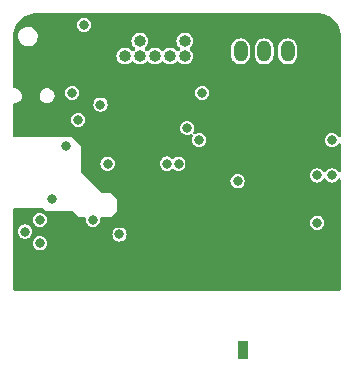
<source format=gbr>
%TF.GenerationSoftware,KiCad,Pcbnew,7.0.5*%
%TF.CreationDate,2023-08-24T03:33:07+02:00*%
%TF.ProjectId,Reader_Module,52656164-6572-45f4-9d6f-64756c652e6b,rev?*%
%TF.SameCoordinates,Original*%
%TF.FileFunction,Copper,L3,Inr*%
%TF.FilePolarity,Positive*%
%FSLAX46Y46*%
G04 Gerber Fmt 4.6, Leading zero omitted, Abs format (unit mm)*
G04 Created by KiCad (PCBNEW 7.0.5) date 2023-08-24 03:33:07*
%MOMM*%
%LPD*%
G01*
G04 APERTURE LIST*
G04 Aperture macros list*
%AMRoundRect*
0 Rectangle with rounded corners*
0 $1 Rounding radius*
0 $2 $3 $4 $5 $6 $7 $8 $9 X,Y pos of 4 corners*
0 Add a 4 corners polygon primitive as box body*
4,1,4,$2,$3,$4,$5,$6,$7,$8,$9,$2,$3,0*
0 Add four circle primitives for the rounded corners*
1,1,$1+$1,$2,$3*
1,1,$1+$1,$4,$5*
1,1,$1+$1,$6,$7*
1,1,$1+$1,$8,$9*
0 Add four rect primitives between the rounded corners*
20,1,$1+$1,$2,$3,$4,$5,0*
20,1,$1+$1,$4,$5,$6,$7,0*
20,1,$1+$1,$6,$7,$8,$9,0*
20,1,$1+$1,$8,$9,$2,$3,0*%
%AMFreePoly0*
4,1,5,0.400000,-0.750000,-0.400000,-0.750000,-0.400000,0.750000,0.400000,0.750000,0.400000,-0.750000,0.400000,-0.750000,$1*%
G04 Aperture macros list end*
%TA.AperFunction,ComponentPad*%
%ADD10RoundRect,0.250000X0.350000X0.650000X-0.350000X0.650000X-0.350000X-0.650000X0.350000X-0.650000X0*%
%TD*%
%TA.AperFunction,ComponentPad*%
%ADD11O,1.200000X1.800000*%
%TD*%
%TA.AperFunction,ComponentPad*%
%ADD12FreePoly0,0.000000*%
%TD*%
%TA.AperFunction,ComponentPad*%
%ADD13R,1.000000X1.000000*%
%TD*%
%TA.AperFunction,ComponentPad*%
%ADD14O,1.000000X1.000000*%
%TD*%
%TA.AperFunction,ViaPad*%
%ADD15C,0.800000*%
%TD*%
G04 APERTURE END LIST*
D10*
%TO.N,GND*%
%TO.C,J2*%
X133250000Y-65000000D03*
D11*
%TO.N,/CAN/CAN_CON-*%
X131250000Y-65000000D03*
%TO.N,/CAN/CAN_CON+*%
X129250000Y-65000000D03*
%TO.N,/CAN/CONN_5V*%
X127250000Y-65000000D03*
%TD*%
D12*
%TO.N,GND*%
%TO.C,AE1*%
X127500000Y-90312500D03*
%TD*%
D13*
%TO.N,GND*%
%TO.C,J1*%
X117450000Y-64125000D03*
D14*
%TO.N,/MCU/NRST*%
X117450000Y-65395000D03*
%TO.N,unconnected-(J1-Pin_3-Pad3)*%
X118720000Y-64125000D03*
%TO.N,unconnected-(J1-Pin_4-Pad4)*%
X118720000Y-65395000D03*
%TO.N,GND*%
X119990000Y-64125000D03*
%TO.N,/MCU/SWO*%
X119990000Y-65395000D03*
%TO.N,GND*%
X121260000Y-64125000D03*
%TO.N,/MCU/SWCLK*%
X121260000Y-65395000D03*
%TO.N,+3V3*%
X122530000Y-64125000D03*
%TO.N,/MCU/SWDIO*%
X122530000Y-65395000D03*
%TD*%
D15*
%TO.N,GND*%
X127000000Y-77000000D03*
X123750000Y-71500000D03*
X123012299Y-74512299D03*
X117500000Y-78000000D03*
X109250000Y-68750000D03*
X113750000Y-83500000D03*
X127500000Y-84500000D03*
X111500002Y-67000000D03*
X111250000Y-77500000D03*
X115000000Y-83500000D03*
X111500000Y-71750000D03*
X123250000Y-84500000D03*
X112500000Y-73000052D03*
X118500000Y-78000000D03*
X118000000Y-70500000D03*
X117500000Y-77000000D03*
X120000000Y-71500000D03*
X111250024Y-79250000D03*
X112500000Y-83500000D03*
X130000016Y-82500000D03*
X127500000Y-83500000D03*
X119000000Y-70500000D03*
X117500000Y-83500000D03*
X129615009Y-77135009D03*
X118000000Y-71500000D03*
X124500000Y-76750000D03*
X124000000Y-65500000D03*
X116250000Y-83500000D03*
X119700700Y-80500000D03*
X126250026Y-83500000D03*
X133500000Y-70000000D03*
X113500000Y-71800003D03*
X123750000Y-73500000D03*
X133762653Y-78487347D03*
X117500000Y-76000000D03*
X131250000Y-82500000D03*
X119500000Y-77000000D03*
X113000000Y-67500000D03*
X132500000Y-82500000D03*
X115250000Y-62750000D03*
X119000000Y-71500000D03*
X124250000Y-79000000D03*
X120000000Y-70500000D03*
X118500000Y-76000000D03*
X135000000Y-78500000D03*
X129250000Y-70750000D03*
X119500000Y-76000000D03*
X133750000Y-72520000D03*
X113000000Y-66250000D03*
X131250000Y-70750000D03*
X127000000Y-70000000D03*
X125750000Y-68500000D03*
X118500000Y-77000000D03*
X123250000Y-81500000D03*
X119500000Y-78000000D03*
X111250000Y-83500000D03*
%TO.N,+3V3*%
X109000000Y-80250000D03*
X110250000Y-81250000D03*
X114000000Y-62750000D03*
X113500000Y-70800000D03*
X123750000Y-72500000D03*
X133750000Y-75500000D03*
X135000000Y-72520000D03*
X113000000Y-68500000D03*
X135000000Y-75500000D03*
X110250000Y-79249998D03*
%TO.N,+5V*%
X116000000Y-74500000D03*
X117000000Y-80500000D03*
X124000000Y-68500000D03*
%TO.N,Net-(U2-R)*%
X133750000Y-79500000D03*
X127000000Y-76000000D03*
%TO.N,/TRF/VDD_X*%
X114750000Y-79250000D03*
X121000000Y-74500000D03*
%TO.N,/MCU/TRF_IRQ*%
X122750000Y-71500000D03*
X122000000Y-74500000D03*
%TO.N,/MCU/Strapping/DBG_LED*%
X115394298Y-69500000D03*
%TD*%
%TA.AperFunction,Conductor*%
%TO.N,GND*%
G36*
X133752018Y-61750633D02*
G01*
X133935281Y-61762644D01*
X134006937Y-61767340D01*
X134014970Y-61768398D01*
X134249158Y-61814980D01*
X134263517Y-61817837D01*
X134271358Y-61819938D01*
X134340361Y-61843361D01*
X134511337Y-61901399D01*
X134518811Y-61904495D01*
X134746107Y-62016585D01*
X134753132Y-62020642D01*
X134963840Y-62161433D01*
X134970268Y-62166365D01*
X135147415Y-62321718D01*
X135160801Y-62333457D01*
X135166540Y-62339196D01*
X135333632Y-62529729D01*
X135338570Y-62536164D01*
X135479357Y-62746867D01*
X135483416Y-62753897D01*
X135586113Y-62962146D01*
X135595498Y-62981175D01*
X135598602Y-62988670D01*
X135615222Y-63037629D01*
X135680061Y-63228641D01*
X135682162Y-63236482D01*
X135731599Y-63485016D01*
X135732659Y-63493065D01*
X135749367Y-63747980D01*
X135749500Y-63752036D01*
X135749500Y-72145045D01*
X135729815Y-72212084D01*
X135677011Y-72257839D01*
X135607853Y-72267783D01*
X135544297Y-72238758D01*
X135527124Y-72220532D01*
X135509190Y-72197160D01*
X135428282Y-72091718D01*
X135302841Y-71995464D01*
X135257736Y-71976781D01*
X135156762Y-71934956D01*
X135156760Y-71934955D01*
X135000001Y-71914318D01*
X134999999Y-71914318D01*
X134843239Y-71934955D01*
X134843237Y-71934956D01*
X134697160Y-71995463D01*
X134571718Y-72091718D01*
X134475463Y-72217160D01*
X134414956Y-72363237D01*
X134414955Y-72363239D01*
X134394318Y-72519998D01*
X134394318Y-72520001D01*
X134414955Y-72676760D01*
X134414956Y-72676762D01*
X134475464Y-72822841D01*
X134571718Y-72948282D01*
X134697159Y-73044536D01*
X134843238Y-73105044D01*
X134921619Y-73115363D01*
X134999999Y-73125682D01*
X135000000Y-73125682D01*
X135000001Y-73125682D01*
X135052253Y-73118802D01*
X135156762Y-73105044D01*
X135302841Y-73044536D01*
X135428282Y-72948282D01*
X135524536Y-72822841D01*
X135524537Y-72822839D01*
X135527124Y-72819468D01*
X135583552Y-72778265D01*
X135653298Y-72774110D01*
X135714218Y-72808322D01*
X135746971Y-72870040D01*
X135749500Y-72894954D01*
X135749500Y-75125045D01*
X135729815Y-75192084D01*
X135677011Y-75237839D01*
X135607853Y-75247783D01*
X135544297Y-75218758D01*
X135527124Y-75200532D01*
X135520642Y-75192084D01*
X135428282Y-75071718D01*
X135302841Y-74975464D01*
X135156762Y-74914956D01*
X135156760Y-74914955D01*
X135000001Y-74894318D01*
X134999999Y-74894318D01*
X134843239Y-74914955D01*
X134843237Y-74914956D01*
X134697160Y-74975463D01*
X134571718Y-75071718D01*
X134473376Y-75199880D01*
X134416947Y-75241082D01*
X134347201Y-75245237D01*
X134286281Y-75211024D01*
X134276624Y-75199880D01*
X134204343Y-75105682D01*
X134178282Y-75071718D01*
X134052841Y-74975464D01*
X133906762Y-74914956D01*
X133906760Y-74914955D01*
X133750001Y-74894318D01*
X133749999Y-74894318D01*
X133593239Y-74914955D01*
X133593237Y-74914956D01*
X133447160Y-74975463D01*
X133321718Y-75071718D01*
X133225463Y-75197160D01*
X133164956Y-75343237D01*
X133164955Y-75343239D01*
X133144318Y-75499998D01*
X133144318Y-75500001D01*
X133164955Y-75656760D01*
X133164956Y-75656762D01*
X133225464Y-75802841D01*
X133321718Y-75928282D01*
X133447159Y-76024536D01*
X133593238Y-76085044D01*
X133671619Y-76095363D01*
X133749999Y-76105682D01*
X133750000Y-76105682D01*
X133750001Y-76105682D01*
X133802254Y-76098802D01*
X133906762Y-76085044D01*
X134052841Y-76024536D01*
X134178282Y-75928282D01*
X134274536Y-75802841D01*
X134274535Y-75802841D01*
X134276624Y-75800120D01*
X134333052Y-75758917D01*
X134402798Y-75754762D01*
X134463718Y-75788974D01*
X134473376Y-75800120D01*
X134506461Y-75843238D01*
X134571718Y-75928282D01*
X134697159Y-76024536D01*
X134843238Y-76085044D01*
X134921619Y-76095363D01*
X134999999Y-76105682D01*
X135000000Y-76105682D01*
X135000001Y-76105682D01*
X135052254Y-76098802D01*
X135156762Y-76085044D01*
X135302841Y-76024536D01*
X135428282Y-75928282D01*
X135524536Y-75802841D01*
X135524537Y-75802839D01*
X135527124Y-75799468D01*
X135583552Y-75758265D01*
X135653298Y-75754110D01*
X135714218Y-75788322D01*
X135746971Y-75850040D01*
X135749500Y-75874954D01*
X135749500Y-85126000D01*
X135729815Y-85193039D01*
X135677011Y-85238794D01*
X135625500Y-85250000D01*
X108124500Y-85250000D01*
X108057461Y-85230315D01*
X108011706Y-85177511D01*
X108000500Y-85126000D01*
X108000500Y-81250001D01*
X109644318Y-81250001D01*
X109664955Y-81406760D01*
X109664956Y-81406762D01*
X109725464Y-81552841D01*
X109821718Y-81678282D01*
X109947159Y-81774536D01*
X110093238Y-81835044D01*
X110171618Y-81845363D01*
X110249999Y-81855682D01*
X110250000Y-81855682D01*
X110250001Y-81855682D01*
X110302254Y-81848802D01*
X110406762Y-81835044D01*
X110552841Y-81774536D01*
X110678282Y-81678282D01*
X110774536Y-81552841D01*
X110835044Y-81406762D01*
X110855682Y-81250000D01*
X110835044Y-81093238D01*
X110774536Y-80947159D01*
X110678282Y-80821718D01*
X110552841Y-80725464D01*
X110406762Y-80664956D01*
X110406760Y-80664955D01*
X110250001Y-80644318D01*
X110249999Y-80644318D01*
X110093239Y-80664955D01*
X110093237Y-80664956D01*
X109947160Y-80725463D01*
X109821718Y-80821718D01*
X109725463Y-80947160D01*
X109664956Y-81093237D01*
X109664955Y-81093239D01*
X109644318Y-81249998D01*
X109644318Y-81250001D01*
X108000500Y-81250001D01*
X108000500Y-80250001D01*
X108394318Y-80250001D01*
X108414955Y-80406760D01*
X108414956Y-80406762D01*
X108453576Y-80500000D01*
X108475464Y-80552841D01*
X108571718Y-80678282D01*
X108697159Y-80774536D01*
X108843238Y-80835044D01*
X108921619Y-80845363D01*
X108999999Y-80855682D01*
X109000000Y-80855682D01*
X109000001Y-80855682D01*
X109052253Y-80848802D01*
X109156762Y-80835044D01*
X109302841Y-80774536D01*
X109428282Y-80678282D01*
X109524536Y-80552841D01*
X109546423Y-80500001D01*
X116394318Y-80500001D01*
X116414955Y-80656760D01*
X116414956Y-80656762D01*
X116475464Y-80802841D01*
X116571718Y-80928282D01*
X116697159Y-81024536D01*
X116843238Y-81085044D01*
X116905478Y-81093238D01*
X116999999Y-81105682D01*
X117000000Y-81105682D01*
X117000001Y-81105682D01*
X117094514Y-81093239D01*
X117156762Y-81085044D01*
X117302841Y-81024536D01*
X117428282Y-80928282D01*
X117524536Y-80802841D01*
X117585044Y-80656762D01*
X117605682Y-80500000D01*
X117585044Y-80343238D01*
X117524536Y-80197159D01*
X117428282Y-80071718D01*
X117302841Y-79975464D01*
X117156762Y-79914956D01*
X117156760Y-79914955D01*
X117000001Y-79894318D01*
X116999999Y-79894318D01*
X116843239Y-79914955D01*
X116843237Y-79914956D01*
X116697160Y-79975463D01*
X116571718Y-80071718D01*
X116475463Y-80197160D01*
X116414956Y-80343237D01*
X116414955Y-80343239D01*
X116394318Y-80499998D01*
X116394318Y-80500001D01*
X109546423Y-80500001D01*
X109585044Y-80406762D01*
X109605682Y-80250000D01*
X109598725Y-80197159D01*
X109585044Y-80093239D01*
X109585044Y-80093238D01*
X109524536Y-79947159D01*
X109428282Y-79821718D01*
X109302841Y-79725464D01*
X109156762Y-79664956D01*
X109156760Y-79664955D01*
X109000001Y-79644318D01*
X108999999Y-79644318D01*
X108843239Y-79664955D01*
X108843237Y-79664956D01*
X108697160Y-79725463D01*
X108571718Y-79821718D01*
X108475463Y-79947160D01*
X108414956Y-80093237D01*
X108414955Y-80093239D01*
X108394318Y-80249998D01*
X108394318Y-80250001D01*
X108000500Y-80250001D01*
X108000500Y-79249999D01*
X109644318Y-79249999D01*
X109664955Y-79406758D01*
X109664956Y-79406760D01*
X109703576Y-79499998D01*
X109725464Y-79552839D01*
X109821718Y-79678280D01*
X109947159Y-79774534D01*
X110093238Y-79835042D01*
X110171618Y-79845361D01*
X110249999Y-79855680D01*
X110250000Y-79855680D01*
X110250001Y-79855680D01*
X110302254Y-79848800D01*
X110406762Y-79835042D01*
X110552841Y-79774534D01*
X110678282Y-79678280D01*
X110774536Y-79552839D01*
X110835044Y-79406760D01*
X110855682Y-79249998D01*
X110835044Y-79093236D01*
X110774536Y-78947157D01*
X110678282Y-78821716D01*
X110552841Y-78725462D01*
X110406762Y-78664954D01*
X110406760Y-78664953D01*
X110250001Y-78644316D01*
X110249999Y-78644316D01*
X110093239Y-78664953D01*
X110093237Y-78664954D01*
X109947160Y-78725461D01*
X109821718Y-78821716D01*
X109725463Y-78947158D01*
X109664956Y-79093235D01*
X109664955Y-79093237D01*
X109644318Y-79249996D01*
X109644318Y-79249999D01*
X108000500Y-79249999D01*
X108000500Y-78374000D01*
X108020185Y-78306961D01*
X108072989Y-78261206D01*
X108124500Y-78250000D01*
X110448638Y-78250000D01*
X110515677Y-78269685D01*
X110536319Y-78286319D01*
X110750000Y-78500000D01*
X112948638Y-78500000D01*
X113015677Y-78519685D01*
X113036319Y-78536319D01*
X113500000Y-79000000D01*
X114035836Y-79000000D01*
X114102875Y-79019685D01*
X114148630Y-79072489D01*
X114158775Y-79140185D01*
X114144318Y-79249998D01*
X114144318Y-79250001D01*
X114164955Y-79406760D01*
X114164956Y-79406762D01*
X114203576Y-79500000D01*
X114225464Y-79552841D01*
X114321718Y-79678282D01*
X114447159Y-79774536D01*
X114593238Y-79835044D01*
X114671619Y-79845363D01*
X114749999Y-79855682D01*
X114750000Y-79855682D01*
X114750001Y-79855682D01*
X114802253Y-79848802D01*
X114906762Y-79835044D01*
X115052841Y-79774536D01*
X115178282Y-79678282D01*
X115274536Y-79552841D01*
X115296423Y-79500001D01*
X133144318Y-79500001D01*
X133164955Y-79656760D01*
X133164956Y-79656762D01*
X133225464Y-79802841D01*
X133321718Y-79928282D01*
X133447159Y-80024536D01*
X133593238Y-80085044D01*
X133655478Y-80093238D01*
X133749999Y-80105682D01*
X133750000Y-80105682D01*
X133750001Y-80105682D01*
X133844514Y-80093239D01*
X133906762Y-80085044D01*
X134052841Y-80024536D01*
X134178282Y-79928282D01*
X134274536Y-79802841D01*
X134335044Y-79656762D01*
X134355682Y-79500000D01*
X134335044Y-79343238D01*
X134274536Y-79197159D01*
X134178282Y-79071718D01*
X134052841Y-78975464D01*
X133984504Y-78947158D01*
X133906762Y-78914956D01*
X133906760Y-78914955D01*
X133750001Y-78894318D01*
X133749999Y-78894318D01*
X133593239Y-78914955D01*
X133593237Y-78914956D01*
X133447160Y-78975463D01*
X133321718Y-79071718D01*
X133225463Y-79197160D01*
X133164956Y-79343237D01*
X133164955Y-79343239D01*
X133144318Y-79499998D01*
X133144318Y-79500001D01*
X115296423Y-79500001D01*
X115335044Y-79406762D01*
X115355682Y-79250000D01*
X115355682Y-79249998D01*
X115341225Y-79140185D01*
X115351991Y-79071150D01*
X115398371Y-79018894D01*
X115464164Y-79000000D01*
X116250000Y-79000000D01*
X116750000Y-78500000D01*
X116750000Y-77500000D01*
X116250000Y-77000000D01*
X115551362Y-77000000D01*
X115484323Y-76980315D01*
X115463681Y-76963681D01*
X114500001Y-76000001D01*
X126394318Y-76000001D01*
X126414955Y-76156760D01*
X126414956Y-76156762D01*
X126475464Y-76302841D01*
X126571718Y-76428282D01*
X126697159Y-76524536D01*
X126843238Y-76585044D01*
X126921619Y-76595363D01*
X126999999Y-76605682D01*
X127000000Y-76605682D01*
X127000001Y-76605682D01*
X127052253Y-76598802D01*
X127156762Y-76585044D01*
X127302841Y-76524536D01*
X127428282Y-76428282D01*
X127524536Y-76302841D01*
X127585044Y-76156762D01*
X127605682Y-76000000D01*
X127585044Y-75843238D01*
X127524536Y-75697159D01*
X127428282Y-75571718D01*
X127302841Y-75475464D01*
X127156762Y-75414956D01*
X127156760Y-75414955D01*
X127000001Y-75394318D01*
X126999999Y-75394318D01*
X126843239Y-75414955D01*
X126843237Y-75414956D01*
X126697160Y-75475463D01*
X126571718Y-75571718D01*
X126475463Y-75697160D01*
X126414956Y-75843237D01*
X126414955Y-75843239D01*
X126394318Y-75999998D01*
X126394318Y-76000001D01*
X114500001Y-76000001D01*
X113786319Y-75286319D01*
X113752834Y-75224996D01*
X113750000Y-75198638D01*
X113750000Y-74500001D01*
X115394318Y-74500001D01*
X115414955Y-74656760D01*
X115414956Y-74656762D01*
X115475464Y-74802841D01*
X115571718Y-74928282D01*
X115697159Y-75024536D01*
X115843238Y-75085044D01*
X115921619Y-75095363D01*
X115999999Y-75105682D01*
X116000000Y-75105682D01*
X116000001Y-75105682D01*
X116052253Y-75098802D01*
X116156762Y-75085044D01*
X116302841Y-75024536D01*
X116428282Y-74928282D01*
X116524536Y-74802841D01*
X116585044Y-74656762D01*
X116605682Y-74500001D01*
X120394318Y-74500001D01*
X120414955Y-74656760D01*
X120414956Y-74656762D01*
X120475464Y-74802841D01*
X120571718Y-74928282D01*
X120697159Y-75024536D01*
X120843238Y-75085044D01*
X120921619Y-75095363D01*
X120999999Y-75105682D01*
X121000000Y-75105682D01*
X121000001Y-75105682D01*
X121052253Y-75098802D01*
X121156762Y-75085044D01*
X121302841Y-75024536D01*
X121424515Y-74931171D01*
X121489683Y-74905979D01*
X121558127Y-74920017D01*
X121575478Y-74931167D01*
X121697159Y-75024536D01*
X121843238Y-75085044D01*
X121921619Y-75095363D01*
X121999999Y-75105682D01*
X122000000Y-75105682D01*
X122000001Y-75105682D01*
X122052253Y-75098802D01*
X122156762Y-75085044D01*
X122302841Y-75024536D01*
X122428282Y-74928282D01*
X122524536Y-74802841D01*
X122585044Y-74656762D01*
X122605682Y-74500000D01*
X122585044Y-74343238D01*
X122524536Y-74197159D01*
X122428282Y-74071718D01*
X122302841Y-73975464D01*
X122156762Y-73914956D01*
X122156760Y-73914955D01*
X122000001Y-73894318D01*
X121999999Y-73894318D01*
X121843239Y-73914955D01*
X121843237Y-73914956D01*
X121697157Y-73975464D01*
X121575486Y-74068826D01*
X121510317Y-74094020D01*
X121441872Y-74079981D01*
X121424514Y-74068826D01*
X121302842Y-73975464D01*
X121156762Y-73914956D01*
X121156760Y-73914955D01*
X121000001Y-73894318D01*
X120999999Y-73894318D01*
X120843239Y-73914955D01*
X120843237Y-73914956D01*
X120697160Y-73975463D01*
X120571718Y-74071718D01*
X120475463Y-74197160D01*
X120414956Y-74343237D01*
X120414955Y-74343239D01*
X120394318Y-74499998D01*
X120394318Y-74500001D01*
X116605682Y-74500001D01*
X116605682Y-74500000D01*
X116585044Y-74343238D01*
X116524536Y-74197159D01*
X116428282Y-74071718D01*
X116302841Y-73975464D01*
X116156762Y-73914956D01*
X116156760Y-73914955D01*
X116000001Y-73894318D01*
X115999999Y-73894318D01*
X115843239Y-73914955D01*
X115843237Y-73914956D01*
X115697160Y-73975463D01*
X115571718Y-74071718D01*
X115475463Y-74197160D01*
X115414956Y-74343237D01*
X115414955Y-74343239D01*
X115394318Y-74499998D01*
X115394318Y-74500001D01*
X113750000Y-74500001D01*
X113750000Y-73000000D01*
X113000000Y-72250000D01*
X108124500Y-72250000D01*
X108057461Y-72230315D01*
X108011706Y-72177511D01*
X108000500Y-72126000D01*
X108000500Y-71500001D01*
X122144318Y-71500001D01*
X122164955Y-71656760D01*
X122164956Y-71656762D01*
X122225464Y-71802841D01*
X122321718Y-71928282D01*
X122447159Y-72024536D01*
X122593238Y-72085044D01*
X122671619Y-72095363D01*
X122749999Y-72105682D01*
X122750000Y-72105682D01*
X122750001Y-72105682D01*
X122802254Y-72098802D01*
X122906762Y-72085044D01*
X123052841Y-72024536D01*
X123052845Y-72024532D01*
X123059881Y-72020472D01*
X123061476Y-72023235D01*
X123112625Y-72003434D01*
X123181077Y-72017440D01*
X123231089Y-72066231D01*
X123246784Y-72134315D01*
X123227228Y-72188791D01*
X123229528Y-72190119D01*
X123225465Y-72197156D01*
X123164956Y-72343237D01*
X123164955Y-72343239D01*
X123144318Y-72499998D01*
X123144318Y-72500001D01*
X123164955Y-72656760D01*
X123164956Y-72656762D01*
X123225464Y-72802841D01*
X123321718Y-72928282D01*
X123447159Y-73024536D01*
X123593238Y-73085044D01*
X123671619Y-73095363D01*
X123749999Y-73105682D01*
X123750000Y-73105682D01*
X123750001Y-73105682D01*
X123802254Y-73098802D01*
X123906762Y-73085044D01*
X124052841Y-73024536D01*
X124178282Y-72928282D01*
X124274536Y-72802841D01*
X124335044Y-72656762D01*
X124355682Y-72500000D01*
X124335044Y-72343238D01*
X124274536Y-72197159D01*
X124178282Y-72071718D01*
X124052841Y-71975464D01*
X123906762Y-71914956D01*
X123906760Y-71914955D01*
X123750001Y-71894318D01*
X123749999Y-71894318D01*
X123593239Y-71914955D01*
X123593237Y-71914956D01*
X123447156Y-71975465D01*
X123440119Y-71979528D01*
X123438533Y-71976781D01*
X123387251Y-71996575D01*
X123318814Y-71982501D01*
X123268850Y-71933661D01*
X123253222Y-71865561D01*
X123272789Y-71811218D01*
X123270472Y-71809881D01*
X123274534Y-71802843D01*
X123274536Y-71802841D01*
X123335044Y-71656762D01*
X123355682Y-71500000D01*
X123335044Y-71343238D01*
X123274536Y-71197159D01*
X123178282Y-71071718D01*
X123052841Y-70975464D01*
X123007690Y-70956762D01*
X122906762Y-70914956D01*
X122906760Y-70914955D01*
X122750001Y-70894318D01*
X122749999Y-70894318D01*
X122593239Y-70914955D01*
X122593237Y-70914956D01*
X122447160Y-70975463D01*
X122321718Y-71071718D01*
X122225463Y-71197160D01*
X122164956Y-71343237D01*
X122164955Y-71343239D01*
X122144318Y-71499998D01*
X122144318Y-71500001D01*
X108000500Y-71500001D01*
X108000500Y-70800001D01*
X112894318Y-70800001D01*
X112914955Y-70956760D01*
X112914956Y-70956762D01*
X112975464Y-71102841D01*
X113071718Y-71228282D01*
X113197159Y-71324536D01*
X113343238Y-71385044D01*
X113421619Y-71395363D01*
X113499999Y-71405682D01*
X113500000Y-71405682D01*
X113500001Y-71405682D01*
X113552253Y-71398802D01*
X113656762Y-71385044D01*
X113802841Y-71324536D01*
X113928282Y-71228282D01*
X114024536Y-71102841D01*
X114085044Y-70956762D01*
X114105682Y-70800000D01*
X114085044Y-70643238D01*
X114024536Y-70497159D01*
X113928282Y-70371718D01*
X113802841Y-70275464D01*
X113656762Y-70214956D01*
X113656760Y-70214955D01*
X113500001Y-70194318D01*
X113499999Y-70194318D01*
X113343239Y-70214955D01*
X113343237Y-70214956D01*
X113197160Y-70275463D01*
X113071718Y-70371718D01*
X112975463Y-70497160D01*
X112914956Y-70643237D01*
X112914955Y-70643239D01*
X112894318Y-70799998D01*
X112894318Y-70800001D01*
X108000500Y-70800001D01*
X108000500Y-69500001D01*
X114788616Y-69500001D01*
X114809253Y-69656760D01*
X114809254Y-69656762D01*
X114869762Y-69802841D01*
X114966016Y-69928282D01*
X115091457Y-70024536D01*
X115237536Y-70085044D01*
X115315916Y-70095363D01*
X115394297Y-70105682D01*
X115394298Y-70105682D01*
X115394299Y-70105682D01*
X115446551Y-70098802D01*
X115551060Y-70085044D01*
X115697139Y-70024536D01*
X115822580Y-69928282D01*
X115918834Y-69802841D01*
X115979342Y-69656762D01*
X115999980Y-69500000D01*
X115979342Y-69343238D01*
X115918834Y-69197159D01*
X115822580Y-69071718D01*
X115697139Y-68975464D01*
X115623172Y-68944826D01*
X115551060Y-68914956D01*
X115551058Y-68914955D01*
X115394299Y-68894318D01*
X115394297Y-68894318D01*
X115237537Y-68914955D01*
X115237535Y-68914956D01*
X115091458Y-68975463D01*
X114966016Y-69071718D01*
X114869761Y-69197160D01*
X114809254Y-69343237D01*
X114809253Y-69343239D01*
X114788616Y-69499998D01*
X114788616Y-69500001D01*
X108000500Y-69500001D01*
X108000500Y-69499500D01*
X108020185Y-69432461D01*
X108072989Y-69386706D01*
X108124500Y-69375500D01*
X108164348Y-69375500D01*
X108164350Y-69375500D01*
X108164355Y-69375499D01*
X108164359Y-69375499D01*
X108177088Y-69373890D01*
X108281792Y-69360664D01*
X108428732Y-69302486D01*
X108556587Y-69209594D01*
X108657324Y-69087823D01*
X108724614Y-68944826D01*
X108754227Y-68789588D01*
X108749246Y-68710415D01*
X110245773Y-68710415D01*
X110255696Y-68868137D01*
X110255696Y-68868140D01*
X110280614Y-68944828D01*
X110304533Y-69018441D01*
X110389214Y-69151877D01*
X110504418Y-69260062D01*
X110504420Y-69260063D01*
X110504422Y-69260065D01*
X110581578Y-69302481D01*
X110642908Y-69336197D01*
X110795981Y-69375500D01*
X110795984Y-69375500D01*
X110914348Y-69375500D01*
X110914350Y-69375500D01*
X110914355Y-69375499D01*
X110914359Y-69375499D01*
X110927088Y-69373890D01*
X111031792Y-69360664D01*
X111178732Y-69302486D01*
X111306587Y-69209594D01*
X111407324Y-69087823D01*
X111474614Y-68944826D01*
X111504227Y-68789588D01*
X111494304Y-68631862D01*
X111451459Y-68500001D01*
X112394318Y-68500001D01*
X112414955Y-68656760D01*
X112414956Y-68656762D01*
X112475464Y-68802841D01*
X112571718Y-68928282D01*
X112697159Y-69024536D01*
X112843238Y-69085044D01*
X112864332Y-69087821D01*
X112999999Y-69105682D01*
X113000000Y-69105682D01*
X113000001Y-69105682D01*
X113052253Y-69098802D01*
X113156762Y-69085044D01*
X113302841Y-69024536D01*
X113428282Y-68928282D01*
X113524536Y-68802841D01*
X113585044Y-68656762D01*
X113605682Y-68500001D01*
X123394318Y-68500001D01*
X123414955Y-68656760D01*
X123414956Y-68656762D01*
X123475464Y-68802841D01*
X123571718Y-68928282D01*
X123697159Y-69024536D01*
X123843238Y-69085044D01*
X123864332Y-69087821D01*
X123999999Y-69105682D01*
X124000000Y-69105682D01*
X124000001Y-69105682D01*
X124052253Y-69098802D01*
X124156762Y-69085044D01*
X124302841Y-69024536D01*
X124428282Y-68928282D01*
X124524536Y-68802841D01*
X124585044Y-68656762D01*
X124605682Y-68500000D01*
X124585044Y-68343238D01*
X124524536Y-68197159D01*
X124428282Y-68071718D01*
X124302841Y-67975464D01*
X124156762Y-67914956D01*
X124156760Y-67914955D01*
X124000001Y-67894318D01*
X123999999Y-67894318D01*
X123843239Y-67914955D01*
X123843237Y-67914956D01*
X123697160Y-67975463D01*
X123571718Y-68071718D01*
X123475463Y-68197160D01*
X123414956Y-68343237D01*
X123414955Y-68343239D01*
X123394318Y-68499998D01*
X123394318Y-68500001D01*
X113605682Y-68500001D01*
X113605682Y-68500000D01*
X113585044Y-68343238D01*
X113524536Y-68197159D01*
X113428282Y-68071718D01*
X113302841Y-67975464D01*
X113156762Y-67914956D01*
X113156760Y-67914955D01*
X113000001Y-67894318D01*
X112999999Y-67894318D01*
X112843239Y-67914955D01*
X112843237Y-67914956D01*
X112697160Y-67975463D01*
X112571718Y-68071718D01*
X112475463Y-68197160D01*
X112414956Y-68343237D01*
X112414955Y-68343239D01*
X112394318Y-68499998D01*
X112394318Y-68500001D01*
X111451459Y-68500001D01*
X111445467Y-68481559D01*
X111360786Y-68348123D01*
X111245582Y-68239938D01*
X111245579Y-68239936D01*
X111245577Y-68239934D01*
X111107095Y-68163804D01*
X111107087Y-68163801D01*
X110954021Y-68124500D01*
X110954019Y-68124500D01*
X110835650Y-68124500D01*
X110835640Y-68124500D01*
X110718208Y-68139336D01*
X110718206Y-68139336D01*
X110571269Y-68197513D01*
X110571260Y-68197518D01*
X110443416Y-68290402D01*
X110443415Y-68290403D01*
X110342674Y-68412178D01*
X110275387Y-68555171D01*
X110275385Y-68555174D01*
X110260757Y-68631862D01*
X110245773Y-68710412D01*
X110245773Y-68710414D01*
X110245773Y-68710415D01*
X108749246Y-68710415D01*
X108744304Y-68631862D01*
X108695467Y-68481559D01*
X108610786Y-68348123D01*
X108495582Y-68239938D01*
X108495579Y-68239936D01*
X108495577Y-68239934D01*
X108357095Y-68163804D01*
X108357087Y-68163801D01*
X108204021Y-68124500D01*
X108204019Y-68124500D01*
X108124500Y-68124500D01*
X108057461Y-68104815D01*
X108011706Y-68052011D01*
X108000500Y-68000500D01*
X108000500Y-65394999D01*
X116744355Y-65394999D01*
X116764859Y-65563869D01*
X116764860Y-65563874D01*
X116825182Y-65722931D01*
X116879941Y-65802262D01*
X116921817Y-65862929D01*
X116997316Y-65929815D01*
X117049150Y-65975736D01*
X117199773Y-66054789D01*
X117199775Y-66054790D01*
X117364944Y-66095500D01*
X117535056Y-66095500D01*
X117700225Y-66054790D01*
X117779692Y-66013081D01*
X117850849Y-65975736D01*
X117850850Y-65975734D01*
X117850852Y-65975734D01*
X117978183Y-65862929D01*
X117982950Y-65856021D01*
X118037230Y-65812033D01*
X118106678Y-65804372D01*
X118169244Y-65835473D01*
X118187046Y-65856017D01*
X118191817Y-65862929D01*
X118267316Y-65929815D01*
X118319150Y-65975736D01*
X118469773Y-66054789D01*
X118469775Y-66054790D01*
X118634944Y-66095500D01*
X118805056Y-66095500D01*
X118970225Y-66054790D01*
X119049692Y-66013081D01*
X119120849Y-65975736D01*
X119120850Y-65975734D01*
X119120852Y-65975734D01*
X119248183Y-65862929D01*
X119252946Y-65856028D01*
X119307223Y-65812035D01*
X119376671Y-65804371D01*
X119439238Y-65835469D01*
X119457047Y-65856019D01*
X119461815Y-65862927D01*
X119589150Y-65975736D01*
X119739773Y-66054789D01*
X119739775Y-66054790D01*
X119904944Y-66095500D01*
X120075056Y-66095500D01*
X120240225Y-66054790D01*
X120319692Y-66013081D01*
X120390849Y-65975736D01*
X120390850Y-65975734D01*
X120390852Y-65975734D01*
X120518183Y-65862929D01*
X120522950Y-65856021D01*
X120577230Y-65812033D01*
X120646678Y-65804372D01*
X120709244Y-65835473D01*
X120727046Y-65856017D01*
X120731817Y-65862929D01*
X120807316Y-65929815D01*
X120859150Y-65975736D01*
X121009773Y-66054789D01*
X121009775Y-66054790D01*
X121174944Y-66095500D01*
X121345056Y-66095500D01*
X121510225Y-66054790D01*
X121589692Y-66013081D01*
X121660849Y-65975736D01*
X121660850Y-65975734D01*
X121660852Y-65975734D01*
X121788183Y-65862929D01*
X121792950Y-65856021D01*
X121847230Y-65812033D01*
X121916678Y-65804372D01*
X121979244Y-65835473D01*
X121997046Y-65856017D01*
X122001817Y-65862929D01*
X122077316Y-65929815D01*
X122129150Y-65975736D01*
X122279773Y-66054789D01*
X122279775Y-66054790D01*
X122444944Y-66095500D01*
X122615056Y-66095500D01*
X122780225Y-66054790D01*
X122859692Y-66013081D01*
X122930849Y-65975736D01*
X122930850Y-65975734D01*
X122930852Y-65975734D01*
X123058183Y-65862929D01*
X123154818Y-65722930D01*
X123215140Y-65563872D01*
X123235645Y-65395000D01*
X123229569Y-65344960D01*
X126449500Y-65344960D01*
X126464630Y-65479249D01*
X126464631Y-65479254D01*
X126524211Y-65649523D01*
X126553466Y-65696081D01*
X126620184Y-65802262D01*
X126747738Y-65929816D01*
X126900478Y-66025789D01*
X127070744Y-66085367D01*
X127070745Y-66085368D01*
X127070750Y-66085369D01*
X127249996Y-66105565D01*
X127250000Y-66105565D01*
X127250004Y-66105565D01*
X127429249Y-66085369D01*
X127429252Y-66085368D01*
X127429255Y-66085368D01*
X127599522Y-66025789D01*
X127752262Y-65929816D01*
X127879816Y-65802262D01*
X127975789Y-65649522D01*
X128035368Y-65479255D01*
X128050499Y-65344960D01*
X128449500Y-65344960D01*
X128464630Y-65479249D01*
X128464631Y-65479254D01*
X128524211Y-65649523D01*
X128553466Y-65696081D01*
X128620184Y-65802262D01*
X128747738Y-65929816D01*
X128900478Y-66025789D01*
X129070744Y-66085367D01*
X129070745Y-66085368D01*
X129070750Y-66085369D01*
X129249996Y-66105565D01*
X129250000Y-66105565D01*
X129250004Y-66105565D01*
X129429249Y-66085369D01*
X129429252Y-66085368D01*
X129429255Y-66085368D01*
X129599522Y-66025789D01*
X129752262Y-65929816D01*
X129879816Y-65802262D01*
X129975789Y-65649522D01*
X130035368Y-65479255D01*
X130050499Y-65344960D01*
X130449500Y-65344960D01*
X130464630Y-65479249D01*
X130464631Y-65479254D01*
X130524211Y-65649523D01*
X130553466Y-65696081D01*
X130620184Y-65802262D01*
X130747738Y-65929816D01*
X130900478Y-66025789D01*
X131070744Y-66085367D01*
X131070745Y-66085368D01*
X131070750Y-66085369D01*
X131249996Y-66105565D01*
X131250000Y-66105565D01*
X131250004Y-66105565D01*
X131429249Y-66085369D01*
X131429252Y-66085368D01*
X131429255Y-66085368D01*
X131599522Y-66025789D01*
X131752262Y-65929816D01*
X131879816Y-65802262D01*
X131975789Y-65649522D01*
X132035368Y-65479255D01*
X132050500Y-65344954D01*
X132050500Y-64655046D01*
X132035368Y-64520745D01*
X131975789Y-64350478D01*
X131879816Y-64197738D01*
X131752262Y-64070184D01*
X131732435Y-64057726D01*
X131599523Y-63974211D01*
X131429254Y-63914631D01*
X131429249Y-63914630D01*
X131250004Y-63894435D01*
X131249996Y-63894435D01*
X131070750Y-63914630D01*
X131070745Y-63914631D01*
X130900476Y-63974211D01*
X130747737Y-64070184D01*
X130620184Y-64197737D01*
X130524211Y-64350476D01*
X130464631Y-64520745D01*
X130464630Y-64520750D01*
X130449500Y-64655039D01*
X130449500Y-65344960D01*
X130050499Y-65344960D01*
X130050500Y-65344954D01*
X130050500Y-64655046D01*
X130035368Y-64520745D01*
X129975789Y-64350478D01*
X129879816Y-64197738D01*
X129752262Y-64070184D01*
X129732435Y-64057726D01*
X129599523Y-63974211D01*
X129429254Y-63914631D01*
X129429249Y-63914630D01*
X129250004Y-63894435D01*
X129249996Y-63894435D01*
X129070750Y-63914630D01*
X129070745Y-63914631D01*
X128900476Y-63974211D01*
X128747737Y-64070184D01*
X128620184Y-64197737D01*
X128524211Y-64350476D01*
X128464631Y-64520745D01*
X128464630Y-64520750D01*
X128449500Y-64655039D01*
X128449500Y-65344960D01*
X128050499Y-65344960D01*
X128050500Y-65344954D01*
X128050500Y-64655046D01*
X128035368Y-64520745D01*
X127975789Y-64350478D01*
X127879816Y-64197738D01*
X127752262Y-64070184D01*
X127732435Y-64057726D01*
X127599523Y-63974211D01*
X127429254Y-63914631D01*
X127429249Y-63914630D01*
X127250004Y-63894435D01*
X127249996Y-63894435D01*
X127070750Y-63914630D01*
X127070745Y-63914631D01*
X126900476Y-63974211D01*
X126747737Y-64070184D01*
X126620184Y-64197737D01*
X126524211Y-64350476D01*
X126464631Y-64520745D01*
X126464630Y-64520750D01*
X126449500Y-64655039D01*
X126449500Y-65344960D01*
X123229569Y-65344960D01*
X123215140Y-65226128D01*
X123154818Y-65067070D01*
X123058183Y-64927071D01*
X122974363Y-64852813D01*
X122937238Y-64793626D01*
X122938006Y-64723761D01*
X122974363Y-64667186D01*
X123058183Y-64592929D01*
X123154818Y-64452930D01*
X123215140Y-64293872D01*
X123235645Y-64125000D01*
X123215140Y-63956128D01*
X123154818Y-63797070D01*
X123058183Y-63657071D01*
X122930852Y-63544266D01*
X122930849Y-63544263D01*
X122780226Y-63465210D01*
X122615056Y-63424500D01*
X122444944Y-63424500D01*
X122279773Y-63465210D01*
X122129150Y-63544263D01*
X122001816Y-63657072D01*
X121905182Y-63797068D01*
X121844860Y-63956125D01*
X121844859Y-63956130D01*
X121824355Y-64124999D01*
X121844859Y-64293869D01*
X121844860Y-64293874D01*
X121905182Y-64452931D01*
X122001818Y-64592930D01*
X122085634Y-64667185D01*
X122122761Y-64726374D01*
X122121993Y-64796240D01*
X122085634Y-64852815D01*
X122001817Y-64927070D01*
X122001816Y-64927070D01*
X121997045Y-64933983D01*
X121942759Y-64977970D01*
X121873310Y-64985625D01*
X121810747Y-64954518D01*
X121792951Y-64933979D01*
X121788183Y-64927071D01*
X121660852Y-64814266D01*
X121660849Y-64814263D01*
X121510226Y-64735210D01*
X121345056Y-64694500D01*
X121174944Y-64694500D01*
X121009773Y-64735210D01*
X120859150Y-64814263D01*
X120731815Y-64927072D01*
X120727049Y-64933978D01*
X120672766Y-64977968D01*
X120603317Y-64985627D01*
X120540753Y-64954523D01*
X120522951Y-64933978D01*
X120518184Y-64927072D01*
X120390849Y-64814263D01*
X120240226Y-64735210D01*
X120075056Y-64694500D01*
X119904944Y-64694500D01*
X119739773Y-64735210D01*
X119589150Y-64814263D01*
X119461815Y-64927072D01*
X119457049Y-64933978D01*
X119402766Y-64977968D01*
X119333317Y-64985627D01*
X119270753Y-64954523D01*
X119252951Y-64933978D01*
X119248184Y-64927072D01*
X119248182Y-64927070D01*
X119164363Y-64852813D01*
X119127238Y-64793626D01*
X119128006Y-64723761D01*
X119164363Y-64667186D01*
X119248183Y-64592929D01*
X119344818Y-64452930D01*
X119405140Y-64293872D01*
X119425645Y-64125000D01*
X119405140Y-63956128D01*
X119344818Y-63797070D01*
X119248183Y-63657071D01*
X119120852Y-63544266D01*
X119120849Y-63544263D01*
X118970226Y-63465210D01*
X118805056Y-63424500D01*
X118634944Y-63424500D01*
X118469773Y-63465210D01*
X118319150Y-63544263D01*
X118191816Y-63657072D01*
X118095182Y-63797068D01*
X118034860Y-63956125D01*
X118034859Y-63956130D01*
X118014355Y-64124999D01*
X118034859Y-64293869D01*
X118034860Y-64293874D01*
X118095182Y-64452931D01*
X118191818Y-64592930D01*
X118275634Y-64667185D01*
X118312761Y-64726374D01*
X118311993Y-64796240D01*
X118275634Y-64852815D01*
X118191817Y-64927070D01*
X118187049Y-64933978D01*
X118132766Y-64977968D01*
X118063317Y-64985627D01*
X118000753Y-64954523D01*
X117982951Y-64933978D01*
X117978184Y-64927072D01*
X117850849Y-64814263D01*
X117700226Y-64735210D01*
X117535056Y-64694500D01*
X117364944Y-64694500D01*
X117199773Y-64735210D01*
X117049150Y-64814263D01*
X116921816Y-64927072D01*
X116825182Y-65067068D01*
X116764860Y-65226125D01*
X116764859Y-65226130D01*
X116744355Y-65394999D01*
X108000500Y-65394999D01*
X108000500Y-63752036D01*
X108000633Y-63747980D01*
X108003451Y-63704989D01*
X108419844Y-63704989D01*
X108429577Y-63884501D01*
X108429578Y-63884506D01*
X108477670Y-64057718D01*
X108477674Y-64057726D01*
X108561881Y-64216557D01*
X108675635Y-64350478D01*
X108678265Y-64353574D01*
X108821382Y-64462369D01*
X108984541Y-64537854D01*
X109160113Y-64576500D01*
X109160116Y-64576500D01*
X109294810Y-64576500D01*
X109294816Y-64576500D01*
X109428721Y-64561937D01*
X109599085Y-64504535D01*
X109753126Y-64411851D01*
X109883642Y-64288220D01*
X109984529Y-64139423D01*
X110051070Y-63972416D01*
X110053741Y-63956128D01*
X110080155Y-63795010D01*
X110070422Y-63615498D01*
X110070421Y-63615493D01*
X110022329Y-63442281D01*
X110022325Y-63442273D01*
X109938118Y-63283442D01*
X109821735Y-63146426D01*
X109698626Y-63052841D01*
X109678618Y-63037631D01*
X109678616Y-63037630D01*
X109678615Y-63037629D01*
X109515457Y-62962145D01*
X109339887Y-62923500D01*
X109205184Y-62923500D01*
X109205182Y-62923500D01*
X109071278Y-62938063D01*
X108999806Y-62962145D01*
X108900915Y-62995465D01*
X108900913Y-62995465D01*
X108900913Y-62995466D01*
X108746876Y-63088147D01*
X108616356Y-63211781D01*
X108515471Y-63360575D01*
X108515470Y-63360576D01*
X108448929Y-63527583D01*
X108448928Y-63527587D01*
X108419845Y-63704986D01*
X108419844Y-63704989D01*
X108003451Y-63704989D01*
X108011578Y-63580976D01*
X108017340Y-63493060D01*
X108018397Y-63485031D01*
X108067837Y-63236479D01*
X108069938Y-63228641D01*
X108075661Y-63211780D01*
X108151401Y-62988657D01*
X108154493Y-62981193D01*
X108266588Y-62753886D01*
X108268832Y-62750001D01*
X113394318Y-62750001D01*
X113414955Y-62906760D01*
X113414956Y-62906762D01*
X113475464Y-63052841D01*
X113571718Y-63178282D01*
X113697159Y-63274536D01*
X113843238Y-63335044D01*
X113921619Y-63345363D01*
X113999999Y-63355682D01*
X114000000Y-63355682D01*
X114000001Y-63355682D01*
X114052253Y-63348802D01*
X114156762Y-63335044D01*
X114302841Y-63274536D01*
X114428282Y-63178282D01*
X114524536Y-63052841D01*
X114585044Y-62906762D01*
X114605682Y-62750000D01*
X114585044Y-62593238D01*
X114524536Y-62447159D01*
X114428282Y-62321718D01*
X114302841Y-62225464D01*
X114156762Y-62164956D01*
X114156760Y-62164955D01*
X114000001Y-62144318D01*
X113999999Y-62144318D01*
X113843239Y-62164955D01*
X113843237Y-62164956D01*
X113697160Y-62225463D01*
X113571718Y-62321718D01*
X113475463Y-62447160D01*
X113414956Y-62593237D01*
X113414955Y-62593239D01*
X113394318Y-62749998D01*
X113394318Y-62750001D01*
X108268832Y-62750001D01*
X108270642Y-62746867D01*
X108411438Y-62536151D01*
X108416359Y-62529738D01*
X108583466Y-62339188D01*
X108589188Y-62333466D01*
X108779738Y-62166359D01*
X108786151Y-62161438D01*
X108996872Y-62020639D01*
X109003886Y-62016588D01*
X109231193Y-61904493D01*
X109238657Y-61901401D01*
X109478639Y-61819938D01*
X109486479Y-61817837D01*
X109735031Y-61768397D01*
X109743060Y-61767340D01*
X109825783Y-61761918D01*
X109997982Y-61750633D01*
X110002038Y-61750500D01*
X110065892Y-61750500D01*
X133684108Y-61750500D01*
X133747962Y-61750500D01*
X133752018Y-61750633D01*
G37*
%TD.AperFunction*%
%TD*%
M02*

</source>
